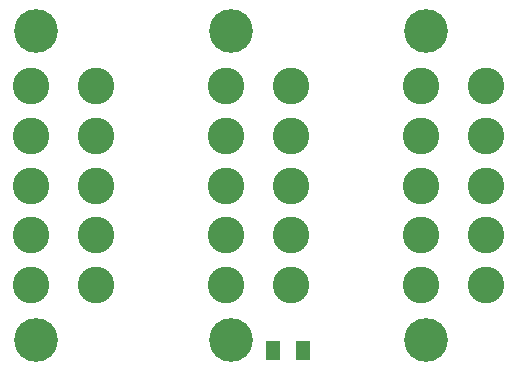
<source format=gts>
G04 #@! TF.FileFunction,Soldermask,Top*
%FSLAX46Y46*%
G04 Gerber Fmt 4.6, Leading zero omitted, Abs format (unit mm)*
G04 Created by KiCad (PCBNEW 4.0.0-rc1-stable) date 10/13/2015 3:48:19 PM*
%MOMM*%
G01*
G04 APERTURE LIST*
%ADD10C,0.100000*%
%ADD11R,1.162000X0.908000*%
%ADD12C,3.100000*%
%ADD13C,3.700000*%
G04 APERTURE END LIST*
D10*
D11*
X129540000Y-139344400D03*
X129540000Y-140055600D03*
X127000000Y-139344400D03*
X127000000Y-140055600D03*
D12*
X111970000Y-125730000D03*
X106470000Y-125730000D03*
X111970000Y-129930000D03*
X106470000Y-129930000D03*
X111970000Y-134130000D03*
X106470000Y-134130000D03*
X106470000Y-121530000D03*
X111970000Y-121530000D03*
X106470000Y-117330000D03*
X111970000Y-117330000D03*
D13*
X106930000Y-138830000D03*
X106930000Y-112630000D03*
D12*
X144990000Y-125730000D03*
X139490000Y-125730000D03*
X144990000Y-129930000D03*
X139490000Y-129930000D03*
X144990000Y-134130000D03*
X139490000Y-134130000D03*
X139490000Y-121530000D03*
X144990000Y-121530000D03*
X139490000Y-117330000D03*
X144990000Y-117330000D03*
D13*
X139950000Y-138830000D03*
X139950000Y-112630000D03*
D12*
X128480000Y-125730000D03*
X122980000Y-125730000D03*
X128480000Y-129930000D03*
X122980000Y-129930000D03*
X128480000Y-134130000D03*
X122980000Y-134130000D03*
X122980000Y-121530000D03*
X128480000Y-121530000D03*
X122980000Y-117330000D03*
X128480000Y-117330000D03*
D13*
X123440000Y-138830000D03*
X123440000Y-112630000D03*
M02*

</source>
